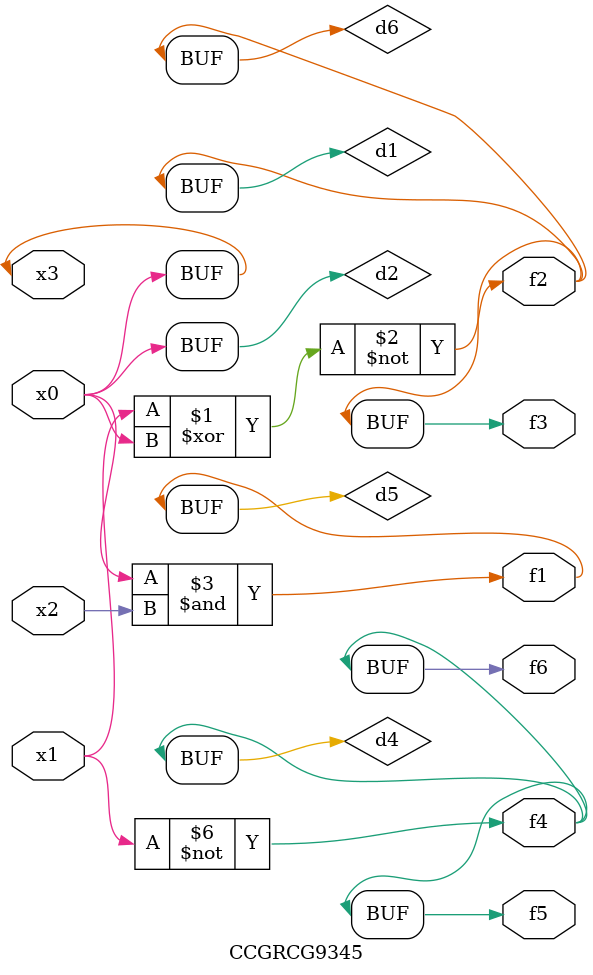
<source format=v>
module CCGRCG9345(
	input x0, x1, x2, x3,
	output f1, f2, f3, f4, f5, f6
);

	wire d1, d2, d3, d4, d5, d6;

	xnor (d1, x1, x3);
	buf (d2, x0, x3);
	nand (d3, x0, x2);
	not (d4, x1);
	nand (d5, d3);
	or (d6, d1);
	assign f1 = d5;
	assign f2 = d6;
	assign f3 = d6;
	assign f4 = d4;
	assign f5 = d4;
	assign f6 = d4;
endmodule

</source>
